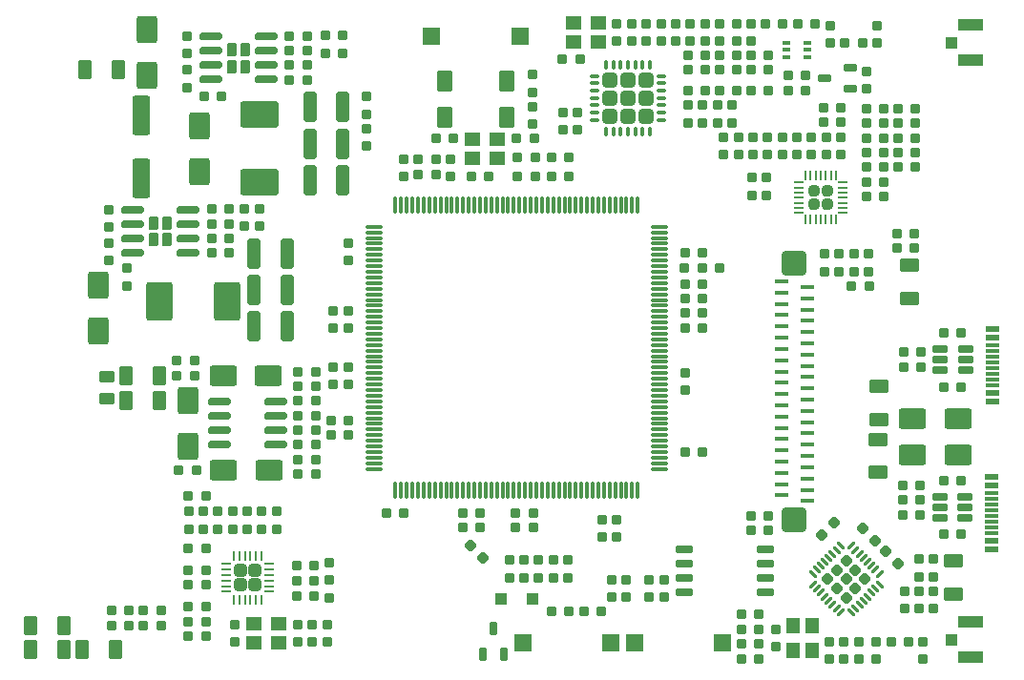
<source format=gtp>
G04 #@! TF.GenerationSoftware,KiCad,Pcbnew,7.0.1-3b83917a11~172~ubuntu22.10.1*
G04 #@! TF.CreationDate,2023-03-21T16:32:08+07:00*
G04 #@! TF.ProjectId,GatewayPlus_V1.4,47617465-7761-4795-906c-75735f56312e,rev?*
G04 #@! TF.SameCoordinates,Original*
G04 #@! TF.FileFunction,Paste,Top*
G04 #@! TF.FilePolarity,Positive*
%FSLAX46Y46*%
G04 Gerber Fmt 4.6, Leading zero omitted, Abs format (unit mm)*
G04 Created by KiCad (PCBNEW 7.0.1-3b83917a11~172~ubuntu22.10.1) date 2023-03-21 16:32:08*
%MOMM*%
%LPD*%
G01*
G04 APERTURE LIST*
G04 Aperture macros list*
%AMRoundRect*
0 Rectangle with rounded corners*
0 $1 Rounding radius*
0 $2 $3 $4 $5 $6 $7 $8 $9 X,Y pos of 4 corners*
0 Add a 4 corners polygon primitive as box body*
4,1,4,$2,$3,$4,$5,$6,$7,$8,$9,$2,$3,0*
0 Add four circle primitives for the rounded corners*
1,1,$1+$1,$2,$3*
1,1,$1+$1,$4,$5*
1,1,$1+$1,$6,$7*
1,1,$1+$1,$8,$9*
0 Add four rect primitives between the rounded corners*
20,1,$1+$1,$2,$3,$4,$5,0*
20,1,$1+$1,$4,$5,$6,$7,0*
20,1,$1+$1,$6,$7,$8,$9,0*
20,1,$1+$1,$8,$9,$2,$3,0*%
%AMFreePoly0*
4,1,14,0.318306,0.106694,0.381694,0.043306,0.400000,-0.000888,0.400000,-0.062500,0.381694,-0.106694,0.337500,-0.125000,-0.337500,-0.125000,-0.381694,-0.106694,-0.400000,-0.062500,-0.400000,0.062500,-0.381694,0.106694,-0.337500,0.125000,0.274112,0.125000,0.318306,0.106694,0.318306,0.106694,$1*%
%AMFreePoly1*
4,1,14,0.381694,0.106694,0.400000,0.062500,0.400000,0.000888,0.381694,-0.043306,0.318306,-0.106694,0.274112,-0.125000,-0.337500,-0.125000,-0.381694,-0.106694,-0.400000,-0.062500,-0.400000,0.062500,-0.381694,0.106694,-0.337500,0.125000,0.337500,0.125000,0.381694,0.106694,0.381694,0.106694,$1*%
%AMFreePoly2*
4,1,14,0.106694,0.381694,0.125000,0.337500,0.125000,-0.337500,0.106694,-0.381694,0.062500,-0.400000,-0.062500,-0.400000,-0.106694,-0.381694,-0.125000,-0.337500,-0.125000,0.274112,-0.106694,0.318306,-0.043306,0.381694,0.000888,0.400000,0.062500,0.400000,0.106694,0.381694,0.106694,0.381694,$1*%
%AMFreePoly3*
4,1,14,0.043306,0.381694,0.106694,0.318306,0.125000,0.274112,0.125000,-0.337500,0.106694,-0.381694,0.062500,-0.400000,-0.062500,-0.400000,-0.106694,-0.381694,-0.125000,-0.337500,-0.125000,0.337500,-0.106694,0.381694,-0.062500,0.400000,-0.000888,0.400000,0.043306,0.381694,0.043306,0.381694,$1*%
%AMFreePoly4*
4,1,14,0.381694,0.106694,0.400000,0.062500,0.400000,-0.062500,0.381694,-0.106694,0.337500,-0.125000,-0.274112,-0.125000,-0.318306,-0.106693,-0.381694,-0.043306,-0.400000,0.000888,-0.400000,0.062500,-0.381694,0.106694,-0.337500,0.125000,0.337500,0.125000,0.381694,0.106694,0.381694,0.106694,$1*%
%AMFreePoly5*
4,1,14,0.381694,0.106694,0.400000,0.062500,0.400000,-0.062500,0.381694,-0.106694,0.337500,-0.125000,-0.337500,-0.125000,-0.381694,-0.106694,-0.400000,-0.062500,-0.400000,-0.000888,-0.381694,0.043306,-0.318306,0.106694,-0.274112,0.125000,0.337500,0.125000,0.381694,0.106694,0.381694,0.106694,$1*%
%AMFreePoly6*
4,1,14,0.106694,0.381694,0.125000,0.337500,0.125000,-0.274112,0.106694,-0.318306,0.043306,-0.381694,-0.000888,-0.400000,-0.062500,-0.400000,-0.106694,-0.381694,-0.125000,-0.337500,-0.125000,0.337500,-0.106694,0.381694,-0.062500,0.400000,0.062500,0.400000,0.106694,0.381694,0.106694,0.381694,$1*%
%AMFreePoly7*
4,1,14,0.106694,0.381694,0.125000,0.337500,0.125000,-0.337500,0.106694,-0.381694,0.062500,-0.400000,0.000888,-0.400000,-0.043306,-0.381693,-0.106694,-0.318306,-0.125000,-0.274112,-0.125000,0.337500,-0.106694,0.381694,-0.062500,0.400000,0.062500,0.400000,0.106694,0.381694,0.106694,0.381694,$1*%
G04 Aperture macros list end*
%ADD10R,1.400000X1.200000*%
%ADD11RoundRect,0.127500X-0.297500X-0.322500X0.297500X-0.322500X0.297500X0.322500X-0.297500X0.322500X0*%
%ADD12R,1.100000X1.100000*%
%ADD13R,2.200000X1.100000*%
%ADD14RoundRect,0.127500X-0.322500X0.297500X-0.322500X-0.297500X0.322500X-0.297500X0.322500X0.297500X0*%
%ADD15RoundRect,0.090000X0.560000X0.210000X-0.560000X0.210000X-0.560000X-0.210000X0.560000X-0.210000X0*%
%ADD16RoundRect,0.127500X0.297500X0.322500X-0.297500X0.322500X-0.297500X-0.322500X0.297500X-0.322500X0*%
%ADD17RoundRect,0.250000X0.315000X-0.315000X0.315000X0.315000X-0.315000X0.315000X-0.315000X-0.315000X0*%
%ADD18RoundRect,0.062500X0.062500X-0.350000X0.062500X0.350000X-0.062500X0.350000X-0.062500X-0.350000X0*%
%ADD19RoundRect,0.062500X0.350000X-0.062500X0.350000X0.062500X-0.350000X0.062500X-0.350000X-0.062500X0*%
%ADD20RoundRect,0.127500X0.322500X-0.297500X0.322500X0.297500X-0.322500X0.297500X-0.322500X-0.297500X0*%
%ADD21RoundRect,0.130000X0.520000X0.820000X-0.520000X0.820000X-0.520000X-0.820000X0.520000X-0.820000X0*%
%ADD22RoundRect,0.232500X0.328805X0.000000X0.000000X0.328805X-0.328805X0.000000X0.000000X-0.328805X0*%
%ADD23RoundRect,0.062500X0.309359X-0.220971X-0.220971X0.309359X-0.309359X0.220971X0.220971X-0.309359X0*%
%ADD24RoundRect,0.062500X0.309359X0.220971X0.220971X0.309359X-0.309359X-0.220971X-0.220971X-0.309359X0*%
%ADD25R,1.200000X1.400000*%
%ADD26RoundRect,0.150000X-0.525000X0.350000X-0.525000X-0.350000X0.525000X-0.350000X0.525000X0.350000X0*%
%ADD27RoundRect,0.250000X-0.550000X1.500000X-0.550000X-1.500000X0.550000X-1.500000X0.550000X1.500000X0*%
%ADD28RoundRect,0.172500X-0.402500X-0.702500X0.402500X-0.702500X0.402500X0.702500X-0.402500X0.702500X0*%
%ADD29RoundRect,0.172500X0.702500X-0.402500X0.702500X0.402500X-0.702500X0.402500X-0.702500X-0.402500X0*%
%ADD30RoundRect,0.249999X-0.395001X0.395001X-0.395001X-0.395001X0.395001X-0.395001X0.395001X0.395001X0*%
%ADD31RoundRect,0.075000X-0.075000X0.312500X-0.075000X-0.312500X0.075000X-0.312500X0.075000X0.312500X0*%
%ADD32RoundRect,0.075000X-0.312500X0.075000X-0.312500X-0.075000X0.312500X-0.075000X0.312500X0.075000X0*%
%ADD33RoundRect,0.180000X-1.020000X-0.720000X1.020000X-0.720000X1.020000X0.720000X-1.020000X0.720000X0*%
%ADD34RoundRect,0.172500X0.402500X1.177500X-0.402500X1.177500X-0.402500X-1.177500X0.402500X-1.177500X0*%
%ADD35RoundRect,0.127500X-0.438406X-0.017678X-0.017678X-0.438406X0.438406X0.017678X0.017678X0.438406X0*%
%ADD36RoundRect,0.180000X-0.720000X1.020000X-0.720000X-1.020000X0.720000X-1.020000X0.720000X1.020000X0*%
%ADD37R,1.500000X1.500000*%
%ADD38RoundRect,0.075000X-0.075000X0.675000X-0.075000X-0.675000X0.075000X-0.675000X0.075000X0.675000X0*%
%ADD39RoundRect,0.075000X-0.675000X0.075000X-0.675000X-0.075000X0.675000X-0.075000X0.675000X0.075000X0*%
%ADD40RoundRect,0.090000X0.885000X0.210000X-0.885000X0.210000X-0.885000X-0.210000X0.885000X-0.210000X0*%
%ADD41RoundRect,0.090000X0.210000X-0.510000X0.210000X0.510000X-0.210000X0.510000X-0.210000X-0.510000X0*%
%ADD42RoundRect,0.127500X0.438406X0.017678X0.017678X0.438406X-0.438406X-0.017678X-0.017678X-0.438406X0*%
%ADD43RoundRect,0.090000X0.510000X0.210000X-0.510000X0.210000X-0.510000X-0.210000X0.510000X-0.210000X0*%
%ADD44R,1.300000X0.600000*%
%ADD45R,1.300000X0.300000*%
%ADD46RoundRect,0.127500X0.017678X-0.438406X0.438406X-0.017678X-0.017678X0.438406X-0.438406X0.017678X0*%
%ADD47RoundRect,0.172500X0.402500X0.702500X-0.402500X0.702500X-0.402500X-0.702500X0.402500X-0.702500X0*%
%ADD48RoundRect,0.250000X0.300000X0.300000X-0.300000X0.300000X-0.300000X-0.300000X0.300000X-0.300000X0*%
%ADD49RoundRect,0.150000X-0.650000X-0.150000X0.650000X-0.150000X0.650000X0.150000X-0.650000X0.150000X0*%
%ADD50RoundRect,0.172500X-0.702500X0.402500X-0.702500X-0.402500X0.702500X-0.402500X0.702500X0.402500X0*%
%ADD51RoundRect,0.230000X0.230000X0.375000X-0.230000X0.375000X-0.230000X-0.375000X0.230000X-0.375000X0*%
%ADD52RoundRect,0.180000X0.720000X-1.020000X0.720000X1.020000X-0.720000X1.020000X-0.720000X-1.020000X0*%
%ADD53R,1.200000X0.400000*%
%ADD54RoundRect,0.330000X-0.770000X-0.770000X0.770000X-0.770000X0.770000X0.770000X-0.770000X0.770000X0*%
%ADD55RoundRect,0.242500X0.242500X-0.242500X0.242500X0.242500X-0.242500X0.242500X-0.242500X-0.242500X0*%
%ADD56FreePoly0,90.000000*%
%ADD57RoundRect,0.062500X0.062500X-0.337500X0.062500X0.337500X-0.062500X0.337500X-0.062500X-0.337500X0*%
%ADD58FreePoly1,90.000000*%
%ADD59FreePoly2,90.000000*%
%ADD60RoundRect,0.062500X0.337500X-0.062500X0.337500X0.062500X-0.337500X0.062500X-0.337500X-0.062500X0*%
%ADD61FreePoly3,90.000000*%
%ADD62FreePoly4,90.000000*%
%ADD63FreePoly5,90.000000*%
%ADD64FreePoly6,90.000000*%
%ADD65FreePoly7,90.000000*%
%ADD66R,0.650000X0.400000*%
%ADD67RoundRect,0.235000X-0.940000X-1.465000X0.940000X-1.465000X0.940000X1.465000X-0.940000X1.465000X0*%
%ADD68RoundRect,0.235000X-1.465000X0.940000X-1.465000X-0.940000X1.465000X-0.940000X1.465000X0.940000X0*%
G04 APERTURE END LIST*
D10*
X124830000Y-114809056D03*
X127030000Y-114809056D03*
X127030000Y-113109056D03*
X124830000Y-113109056D03*
D11*
X168125000Y-113599056D03*
X169675000Y-113599056D03*
D12*
X186760000Y-114509056D03*
D13*
X188410000Y-112959056D03*
X188409665Y-116059056D03*
D14*
X175910000Y-114684056D03*
X175910000Y-116234056D03*
D15*
X187967500Y-90599056D03*
X187967500Y-89649056D03*
X187967500Y-88699056D03*
X185692500Y-88699056D03*
X185692500Y-89649056D03*
X185692500Y-90599056D03*
D14*
X185170000Y-107364056D03*
X185170000Y-108914056D03*
D16*
X164635000Y-86834056D03*
X163085000Y-86834056D03*
D14*
X131910000Y-85334056D03*
X131910000Y-86884056D03*
D16*
X122675000Y-77601556D03*
X121125000Y-77601556D03*
D11*
X151235000Y-71679056D03*
X152785000Y-71679056D03*
D14*
X125320000Y-76271556D03*
X125320000Y-77821556D03*
D16*
X183937500Y-103429056D03*
X182387500Y-103429056D03*
D17*
X123650000Y-109659056D03*
X124950000Y-109659056D03*
X123650000Y-108359056D03*
X124950000Y-108359056D03*
D18*
X123050000Y-110946556D03*
X123550000Y-110946556D03*
X124050000Y-110946556D03*
X124550000Y-110946556D03*
X125050000Y-110946556D03*
X125550000Y-110946556D03*
D19*
X126237500Y-110259056D03*
X126237500Y-109759056D03*
X126237500Y-109259056D03*
X126237500Y-108759056D03*
X126237500Y-108259056D03*
X126237500Y-107759056D03*
D18*
X125550000Y-107071556D03*
X125050000Y-107071556D03*
X124550000Y-107071556D03*
X124050000Y-107071556D03*
X123550000Y-107071556D03*
X123050000Y-107071556D03*
D19*
X122362500Y-107759056D03*
X122362500Y-108259056D03*
X122362500Y-108759056D03*
X122362500Y-109259056D03*
X122362500Y-109759056D03*
X122362500Y-110259056D03*
D20*
X178085000Y-81834056D03*
X178085000Y-80284056D03*
D11*
X119025000Y-106409056D03*
X120575000Y-106409056D03*
X177885000Y-83109056D03*
X179435000Y-83109056D03*
D21*
X147300000Y-64929056D03*
X141800000Y-64929056D03*
X141800000Y-68129056D03*
X147300000Y-68129056D03*
D16*
X164635000Y-80134056D03*
X163085000Y-80134056D03*
D22*
X177390000Y-110775402D03*
X178203173Y-109962229D03*
X179016346Y-109149056D03*
X176576827Y-109962229D03*
X177390000Y-109149056D03*
X178203173Y-108335883D03*
X175763654Y-109149056D03*
X176576827Y-108335883D03*
X177390000Y-107522710D03*
D23*
X177876136Y-112110066D03*
X178229689Y-111756512D03*
X178583243Y-111402959D03*
X178936796Y-111049405D03*
X179290349Y-110695852D03*
X179643903Y-110342299D03*
X179997456Y-109988745D03*
X180351010Y-109635192D03*
D24*
X180351010Y-108662920D03*
X179997456Y-108309367D03*
X179643903Y-107955813D03*
X179290349Y-107602260D03*
X178936796Y-107248707D03*
X178583243Y-106895153D03*
X178229689Y-106541600D03*
X177876136Y-106188046D03*
D23*
X176903864Y-106188046D03*
X176550311Y-106541600D03*
X176196757Y-106895153D03*
X175843204Y-107248707D03*
X175489651Y-107602260D03*
X175136097Y-107955813D03*
X174782544Y-108309367D03*
X174428990Y-108662920D03*
D24*
X174428990Y-109635192D03*
X174782544Y-109988745D03*
X175136097Y-110342299D03*
X175489651Y-110695852D03*
X175843204Y-111049405D03*
X176196757Y-111402959D03*
X176550311Y-111756512D03*
X176903864Y-112110066D03*
D11*
X119025000Y-111609056D03*
X120575000Y-111609056D03*
D14*
X133210000Y-90334056D03*
X133210000Y-91884056D03*
X167660000Y-59809056D03*
X167660000Y-61359056D03*
X113570000Y-81546556D03*
X113570000Y-83096556D03*
D16*
X180760000Y-75199195D03*
X179210000Y-75199195D03*
D25*
X174370000Y-115509056D03*
X174370000Y-113309056D03*
X172670000Y-113309056D03*
X172670000Y-115509056D03*
D20*
X130030000Y-114724056D03*
X130030000Y-113174056D03*
D11*
X168935000Y-62634056D03*
X170485000Y-62634056D03*
D26*
X111795000Y-91209056D03*
X111795000Y-93109056D03*
D16*
X113755000Y-111939056D03*
X112205000Y-111939056D03*
D27*
X114830000Y-67999056D03*
X114830000Y-73599056D03*
D16*
X120575000Y-112909056D03*
X119025000Y-112909056D03*
D20*
X176785000Y-81834056D03*
X176785000Y-80284056D03*
D14*
X166160000Y-59809056D03*
X166160000Y-61359056D03*
D11*
X120455000Y-66299056D03*
X122005000Y-66299056D03*
D14*
X153560000Y-67734056D03*
X153560000Y-69284056D03*
D20*
X118930000Y-65499056D03*
X118930000Y-63949056D03*
D28*
X105065000Y-115419056D03*
X108015000Y-115419056D03*
D20*
X150120000Y-109004056D03*
X150120000Y-107454056D03*
D11*
X182010000Y-67359056D03*
X183560000Y-67359056D03*
D16*
X130210000Y-110629056D03*
X128660000Y-110629056D03*
D29*
X180230000Y-99674056D03*
X180230000Y-96724056D03*
D30*
X159635000Y-64834056D03*
X158035000Y-64834056D03*
X156435000Y-64834056D03*
X159635000Y-66434056D03*
X158035000Y-66434056D03*
X156435000Y-66434056D03*
X159635000Y-68034056D03*
X158035000Y-68034056D03*
X156435000Y-68034056D03*
D31*
X159985000Y-63446556D03*
X159335000Y-63446556D03*
X158685000Y-63446556D03*
X158035000Y-63446556D03*
X157385000Y-63446556D03*
X156735000Y-63446556D03*
X156085000Y-63446556D03*
D32*
X155047500Y-64484056D03*
X155047500Y-65134056D03*
X155047500Y-65784056D03*
X155047500Y-66434056D03*
X155047500Y-67084056D03*
X155047500Y-67734056D03*
X155047500Y-68384056D03*
D31*
X156085000Y-69421556D03*
X156735000Y-69421556D03*
X157385000Y-69421556D03*
X158035000Y-69421556D03*
X158685000Y-69421556D03*
X159335000Y-69421556D03*
X159985000Y-69421556D03*
D32*
X161022500Y-68384056D03*
X161022500Y-67734056D03*
X161022500Y-67084056D03*
X161022500Y-66434056D03*
X161022500Y-65784056D03*
X161022500Y-65134056D03*
X161022500Y-64484056D03*
D16*
X180760000Y-69984056D03*
X179210000Y-69984056D03*
D11*
X168935000Y-63934056D03*
X170485000Y-63934056D03*
D33*
X183242500Y-94869056D03*
X187292500Y-94869056D03*
D14*
X175485000Y-80284056D03*
X175485000Y-81834056D03*
D34*
X132755000Y-67249056D03*
X129805000Y-67249056D03*
D16*
X167685000Y-63934056D03*
X166135000Y-63934056D03*
X130325000Y-92034056D03*
X128775000Y-92034056D03*
D35*
X144051992Y-106191048D03*
X145148008Y-107287064D03*
D11*
X182010000Y-68684056D03*
X183560000Y-68684056D03*
D36*
X111070000Y-83046556D03*
X111070000Y-87096556D03*
D11*
X139435000Y-71909056D03*
X140985000Y-71909056D03*
X163335000Y-63934056D03*
X164885000Y-63934056D03*
D16*
X180735000Y-67359056D03*
X179185000Y-67359056D03*
D20*
X170310000Y-75055000D03*
X170310000Y-73505000D03*
X178510000Y-116234056D03*
X178510000Y-114684056D03*
D14*
X171735000Y-69884056D03*
X171735000Y-71434056D03*
X138110000Y-71884056D03*
X138110000Y-73434056D03*
D11*
X148085000Y-103284056D03*
X149635000Y-103284056D03*
X143385000Y-104589056D03*
X144935000Y-104589056D03*
D14*
X168960000Y-59809056D03*
X168960000Y-61359056D03*
D34*
X127820000Y-83471556D03*
X124870000Y-83471556D03*
D37*
X148435000Y-60934056D03*
X140635000Y-60934056D03*
D20*
X160960000Y-61359056D03*
X160960000Y-59809056D03*
D14*
X167260000Y-67084056D03*
X167260000Y-68634056D03*
X185170000Y-110224056D03*
X185170000Y-111774056D03*
D20*
X149590000Y-68734056D03*
X149590000Y-67184056D03*
D38*
X158910000Y-75934056D03*
X158410000Y-75934056D03*
X157910000Y-75934056D03*
X157410000Y-75934056D03*
X156910000Y-75934056D03*
X156410000Y-75934056D03*
X155910000Y-75934056D03*
X155410000Y-75934056D03*
X154910000Y-75934056D03*
X154410000Y-75934056D03*
X153910000Y-75934056D03*
X153410000Y-75934056D03*
X152910000Y-75934056D03*
X152410000Y-75934056D03*
X151910000Y-75934056D03*
X151410000Y-75934056D03*
X150910000Y-75934056D03*
X150410000Y-75934056D03*
X149910000Y-75934056D03*
X149410000Y-75934056D03*
X148910000Y-75934056D03*
X148410000Y-75934056D03*
X147910000Y-75934056D03*
X147410000Y-75934056D03*
X146910000Y-75934056D03*
X146410000Y-75934056D03*
X145910000Y-75934056D03*
X145410000Y-75934056D03*
X144910000Y-75934056D03*
X144410000Y-75934056D03*
X143910000Y-75934056D03*
X143410000Y-75934056D03*
X142910000Y-75934056D03*
X142410000Y-75934056D03*
X141910000Y-75934056D03*
X141410000Y-75934056D03*
X140910000Y-75934056D03*
X140410000Y-75934056D03*
X139910000Y-75934056D03*
X139410000Y-75934056D03*
X138910000Y-75934056D03*
X138410000Y-75934056D03*
X137910000Y-75934056D03*
X137410000Y-75934056D03*
D39*
X135485000Y-77859056D03*
X135485000Y-78359056D03*
X135485000Y-78859056D03*
X135485000Y-79359056D03*
X135485000Y-79859056D03*
X135485000Y-80359056D03*
X135485000Y-80859056D03*
X135485000Y-81359056D03*
X135485000Y-81859056D03*
X135485000Y-82359056D03*
X135485000Y-82859056D03*
X135485000Y-83359056D03*
X135485000Y-83859056D03*
X135485000Y-84359056D03*
X135485000Y-84859056D03*
X135485000Y-85359056D03*
X135485000Y-85859056D03*
X135485000Y-86359056D03*
X135485000Y-86859056D03*
X135485000Y-87359056D03*
X135485000Y-87859056D03*
X135485000Y-88359056D03*
X135485000Y-88859056D03*
X135485000Y-89359056D03*
X135485000Y-89859056D03*
X135485000Y-90359056D03*
X135485000Y-90859056D03*
X135485000Y-91359056D03*
X135485000Y-91859056D03*
X135485000Y-92359056D03*
X135485000Y-92859056D03*
X135485000Y-93359056D03*
X135485000Y-93859056D03*
X135485000Y-94359056D03*
X135485000Y-94859056D03*
X135485000Y-95359056D03*
X135485000Y-95859056D03*
X135485000Y-96359056D03*
X135485000Y-96859056D03*
X135485000Y-97359056D03*
X135485000Y-97859056D03*
X135485000Y-98359056D03*
X135485000Y-98859056D03*
X135485000Y-99359056D03*
D38*
X137410000Y-101284056D03*
X137910000Y-101284056D03*
X138410000Y-101284056D03*
X138910000Y-101284056D03*
X139410000Y-101284056D03*
X139910000Y-101284056D03*
X140410000Y-101284056D03*
X140910000Y-101284056D03*
X141410000Y-101284056D03*
X141910000Y-101284056D03*
X142410000Y-101284056D03*
X142910000Y-101284056D03*
X143410000Y-101284056D03*
X143910000Y-101284056D03*
X144410000Y-101284056D03*
X144910000Y-101284056D03*
X145410000Y-101284056D03*
X145910000Y-101284056D03*
X146410000Y-101284056D03*
X146910000Y-101284056D03*
X147410000Y-101284056D03*
X147910000Y-101284056D03*
X148410000Y-101284056D03*
X148910000Y-101284056D03*
X149410000Y-101284056D03*
X149910000Y-101284056D03*
X150410000Y-101284056D03*
X150910000Y-101284056D03*
X151410000Y-101284056D03*
X151910000Y-101284056D03*
X152410000Y-101284056D03*
X152910000Y-101284056D03*
X153410000Y-101284056D03*
X153910000Y-101284056D03*
X154410000Y-101284056D03*
X154910000Y-101284056D03*
X155410000Y-101284056D03*
X155910000Y-101284056D03*
X156410000Y-101284056D03*
X156910000Y-101284056D03*
X157410000Y-101284056D03*
X157910000Y-101284056D03*
X158410000Y-101284056D03*
X158910000Y-101284056D03*
D39*
X160835000Y-99359056D03*
X160835000Y-98859056D03*
X160835000Y-98359056D03*
X160835000Y-97859056D03*
X160835000Y-97359056D03*
X160835000Y-96859056D03*
X160835000Y-96359056D03*
X160835000Y-95859056D03*
X160835000Y-95359056D03*
X160835000Y-94859056D03*
X160835000Y-94359056D03*
X160835000Y-93859056D03*
X160835000Y-93359056D03*
X160835000Y-92859056D03*
X160835000Y-92359056D03*
X160835000Y-91859056D03*
X160835000Y-91359056D03*
X160835000Y-90859056D03*
X160835000Y-90359056D03*
X160835000Y-89859056D03*
X160835000Y-89359056D03*
X160835000Y-88859056D03*
X160835000Y-88359056D03*
X160835000Y-87859056D03*
X160835000Y-87359056D03*
X160835000Y-86859056D03*
X160835000Y-86359056D03*
X160835000Y-85859056D03*
X160835000Y-85359056D03*
X160835000Y-84859056D03*
X160835000Y-84359056D03*
X160835000Y-83859056D03*
X160835000Y-83359056D03*
X160835000Y-82859056D03*
X160835000Y-82359056D03*
X160835000Y-81859056D03*
X160835000Y-81359056D03*
X160835000Y-80859056D03*
X160835000Y-80359056D03*
X160835000Y-79859056D03*
X160835000Y-79359056D03*
X160835000Y-78859056D03*
X160835000Y-78359056D03*
X160835000Y-77859056D03*
D16*
X174635000Y-59834056D03*
X173085000Y-59834056D03*
X164885000Y-65809056D03*
X163335000Y-65809056D03*
D14*
X125550000Y-103134056D03*
X125550000Y-104684056D03*
D11*
X128660000Y-107969056D03*
X130210000Y-107969056D03*
D14*
X164660000Y-67084056D03*
X164660000Y-68634056D03*
D11*
X182010000Y-69984056D03*
X183560000Y-69984056D03*
D16*
X152815000Y-112009056D03*
X151265000Y-112009056D03*
D20*
X177210000Y-116234056D03*
X177210000Y-114684056D03*
D16*
X129555000Y-63524056D03*
X128005000Y-63524056D03*
D40*
X126775000Y-97179056D03*
X126775000Y-95909056D03*
X126775000Y-94639056D03*
X126775000Y-93369056D03*
X121825000Y-93369056D03*
X121825000Y-94639056D03*
X121825000Y-95909056D03*
X121825000Y-97179056D03*
D16*
X187600000Y-100379056D03*
X186050000Y-100379056D03*
D34*
X132755000Y-70499056D03*
X129805000Y-70499056D03*
D41*
X145140000Y-115786556D03*
X147040000Y-115786556D03*
X146090000Y-113511556D03*
D33*
X122125000Y-99499056D03*
X126175000Y-99499056D03*
D11*
X163085000Y-84234056D03*
X164635000Y-84234056D03*
D42*
X179998008Y-105747064D03*
X178901992Y-104651048D03*
D14*
X122950000Y-103134056D03*
X122950000Y-104684056D03*
D12*
X186760000Y-61509056D03*
D13*
X188410000Y-59959056D03*
X188409665Y-63059056D03*
D20*
X162260000Y-61359056D03*
X162260000Y-59809056D03*
D16*
X113755000Y-113284056D03*
X112205000Y-113284056D03*
D11*
X136585000Y-103259056D03*
X138135000Y-103259056D03*
D14*
X175635000Y-69884056D03*
X175635000Y-71434056D03*
D16*
X183937500Y-100829056D03*
X182387500Y-100829056D03*
D20*
X118930000Y-62499056D03*
X118930000Y-60949056D03*
D16*
X130325000Y-93324056D03*
X128775000Y-93324056D03*
D43*
X177722500Y-65609056D03*
X177722500Y-63709056D03*
X175447500Y-64659056D03*
D44*
X190345000Y-93399056D03*
X190345000Y-92599056D03*
D45*
X190345000Y-91399056D03*
X190345000Y-90399056D03*
X190345000Y-89899056D03*
X190345000Y-88899056D03*
D44*
X190345000Y-87699056D03*
X190345000Y-86899056D03*
X190345000Y-86899056D03*
X190345000Y-87699056D03*
D45*
X190345000Y-88399056D03*
X190345000Y-89399056D03*
X190345000Y-90899056D03*
X190345000Y-91899056D03*
D44*
X190345000Y-92599056D03*
X190345000Y-93399056D03*
D14*
X180110000Y-59984056D03*
X180110000Y-61534056D03*
X126850000Y-103134056D03*
X126850000Y-104684056D03*
D20*
X163560000Y-61359056D03*
X163560000Y-59809056D03*
D16*
X183937500Y-102129056D03*
X182387500Y-102129056D03*
D44*
X190325000Y-106529056D03*
X190325000Y-105729056D03*
D45*
X190325000Y-104529056D03*
X190325000Y-103529056D03*
X190325000Y-103029056D03*
X190325000Y-102029056D03*
D44*
X190325000Y-100829056D03*
X190325000Y-100029056D03*
X190325000Y-100029056D03*
X190325000Y-100829056D03*
D45*
X190325000Y-101529056D03*
X190325000Y-102529056D03*
X190325000Y-104029056D03*
X190325000Y-105029056D03*
D44*
X190325000Y-105729056D03*
X190325000Y-106529056D03*
D11*
X143385000Y-103284056D03*
X144935000Y-103284056D03*
D14*
X120350000Y-103134056D03*
X120350000Y-104684056D03*
D28*
X109835000Y-63899056D03*
X112785000Y-63899056D03*
D46*
X175221992Y-105187064D03*
X176318008Y-104091048D03*
D11*
X166135000Y-62634056D03*
X167685000Y-62634056D03*
D14*
X156560000Y-109174056D03*
X156560000Y-110724056D03*
D11*
X141010000Y-70009056D03*
X142560000Y-70009056D03*
X148085000Y-104584056D03*
X149635000Y-104584056D03*
D16*
X183450000Y-79784056D03*
X181900000Y-79784056D03*
X122675000Y-78901556D03*
X121125000Y-78901556D03*
D20*
X112020000Y-80871556D03*
X112020000Y-79321556D03*
D14*
X133210000Y-85334056D03*
X133210000Y-86884056D03*
D16*
X120575000Y-114209056D03*
X119025000Y-114209056D03*
D14*
X184240000Y-114684056D03*
X184240000Y-116234056D03*
D16*
X130325000Y-94624056D03*
X128775000Y-94624056D03*
D11*
X139435000Y-73234056D03*
X140985000Y-73234056D03*
D20*
X148820000Y-109004056D03*
X148820000Y-107454056D03*
D16*
X152785000Y-73409056D03*
X151235000Y-73409056D03*
D20*
X159880000Y-110724056D03*
X159880000Y-109174056D03*
D14*
X179210000Y-64084056D03*
X179210000Y-65634056D03*
D16*
X130210000Y-109269056D03*
X128660000Y-109269056D03*
D14*
X183860000Y-107364056D03*
X183860000Y-108914056D03*
D16*
X170520000Y-103524056D03*
X168970000Y-103524056D03*
D11*
X115055000Y-113289056D03*
X116605000Y-113289056D03*
D47*
X116445000Y-91059056D03*
X113495000Y-91059056D03*
D11*
X170235000Y-59834056D03*
X171785000Y-59834056D03*
D16*
X184025000Y-90329056D03*
X182475000Y-90329056D03*
D11*
X172235000Y-64459056D03*
X173785000Y-64459056D03*
D16*
X170525000Y-104839056D03*
X168975000Y-104839056D03*
D14*
X164860000Y-59809056D03*
X164860000Y-61359056D03*
D11*
X152235000Y-62984056D03*
X153785000Y-62984056D03*
D48*
X149590000Y-110859056D03*
X146790000Y-110859056D03*
D14*
X182560000Y-110229056D03*
X182560000Y-111779056D03*
D11*
X182010000Y-71284056D03*
X183560000Y-71284056D03*
D34*
X127815000Y-86671556D03*
X124865000Y-86671556D03*
D14*
X121650000Y-103134056D03*
X121650000Y-104684056D03*
D11*
X179210000Y-72584056D03*
X180760000Y-72584056D03*
D20*
X155710000Y-105384056D03*
X155710000Y-103834056D03*
D28*
X109615000Y-115419056D03*
X112565000Y-115419056D03*
D49*
X163050000Y-106479056D03*
X163050000Y-107749056D03*
X163050000Y-109019056D03*
X163050000Y-110289056D03*
X170250000Y-110289056D03*
X170250000Y-109019056D03*
X170250000Y-107749056D03*
X170250000Y-106479056D03*
D15*
X187962500Y-103729056D03*
X187962500Y-102779056D03*
X187962500Y-101829056D03*
X185687500Y-101829056D03*
X185687500Y-102779056D03*
X185687500Y-103729056D03*
D10*
X146460000Y-70059056D03*
X144260000Y-70059056D03*
X144260000Y-71759056D03*
X146460000Y-71759056D03*
D16*
X164635000Y-97859056D03*
X163085000Y-97859056D03*
D11*
X163085000Y-85534056D03*
X164635000Y-85534056D03*
X182010000Y-72584056D03*
X183560000Y-72584056D03*
X131685000Y-95059056D03*
X133235000Y-95059056D03*
X128775000Y-98524056D03*
X130325000Y-98524056D03*
D34*
X127820000Y-80271556D03*
X124870000Y-80271556D03*
D14*
X132680000Y-60899056D03*
X132680000Y-62449056D03*
D20*
X163110000Y-92384056D03*
X163110000Y-90834056D03*
D42*
X181978008Y-107727064D03*
X180881992Y-106631048D03*
D20*
X169010000Y-75055000D03*
X169010000Y-73505000D03*
D50*
X180300000Y-92014056D03*
X180300000Y-94964056D03*
D16*
X180760000Y-73884056D03*
X179210000Y-73884056D03*
D11*
X119025000Y-109659056D03*
X120575000Y-109659056D03*
D16*
X119750000Y-99499056D03*
X118200000Y-99499056D03*
D20*
X131330000Y-114724056D03*
X131330000Y-113174056D03*
D10*
X153210000Y-61434056D03*
X155410000Y-61434056D03*
X155410000Y-59734056D03*
X153210000Y-59734056D03*
D14*
X165960000Y-67084056D03*
X165960000Y-68634056D03*
D20*
X179410000Y-81834056D03*
X179410000Y-80284056D03*
D11*
X166135000Y-65809056D03*
X167685000Y-65809056D03*
D14*
X161220000Y-109174056D03*
X161220000Y-110724056D03*
D47*
X108015000Y-113294056D03*
X105065000Y-113294056D03*
D14*
X183860000Y-110224056D03*
X183860000Y-111774056D03*
D20*
X180040000Y-116234056D03*
X180040000Y-114684056D03*
D11*
X128775000Y-97224056D03*
X130325000Y-97224056D03*
D47*
X116445000Y-93259056D03*
X113495000Y-93259056D03*
D20*
X151420000Y-109004056D03*
X151420000Y-107454056D03*
X147520000Y-109004056D03*
X147520000Y-107454056D03*
D11*
X128005000Y-60924056D03*
X129555000Y-60924056D03*
D16*
X119575000Y-89774056D03*
X118025000Y-89774056D03*
D20*
X159660000Y-61359056D03*
X159660000Y-59809056D03*
D11*
X179210000Y-68684056D03*
X180760000Y-68684056D03*
D20*
X157010000Y-105384056D03*
X157010000Y-103834056D03*
D16*
X180760000Y-71284056D03*
X179210000Y-71284056D03*
D51*
X124050000Y-63624056D03*
X124050000Y-62124056D03*
X122910000Y-63624056D03*
X122910000Y-62124056D03*
D40*
X125955000Y-64779056D03*
X125955000Y-63509056D03*
X125955000Y-62239056D03*
X125955000Y-60969056D03*
X121005000Y-60969056D03*
X121005000Y-62239056D03*
X121005000Y-63509056D03*
X121005000Y-64779056D03*
D20*
X166535000Y-71434056D03*
X166535000Y-69884056D03*
D14*
X163360000Y-67084056D03*
X163360000Y-68634056D03*
D11*
X128005000Y-64824056D03*
X129555000Y-64824056D03*
X148235000Y-71679056D03*
X149785000Y-71679056D03*
D20*
X112020000Y-77871556D03*
X112020000Y-76321556D03*
D11*
X119025000Y-108359056D03*
X120575000Y-108359056D03*
D29*
X186870000Y-110464056D03*
X186870000Y-107514056D03*
D33*
X183242500Y-98079056D03*
X187292500Y-98079056D03*
D16*
X120575000Y-101799056D03*
X119025000Y-101799056D03*
D20*
X124020000Y-77821556D03*
X124020000Y-76271556D03*
X119050000Y-104684056D03*
X119050000Y-103134056D03*
D16*
X119575000Y-91074056D03*
X118025000Y-91074056D03*
D14*
X142310000Y-71884056D03*
X142310000Y-73434056D03*
D20*
X134870000Y-70710000D03*
X134870000Y-69160000D03*
D11*
X168125000Y-114899056D03*
X169675000Y-114899056D03*
D52*
X115360000Y-64426556D03*
X115360000Y-60376556D03*
D20*
X128730000Y-114724056D03*
X128730000Y-113174056D03*
D16*
X129555000Y-62224056D03*
X128005000Y-62224056D03*
D53*
X171660000Y-82709056D03*
X173960000Y-83209056D03*
X171660000Y-83709056D03*
X173960000Y-84209056D03*
X171660000Y-84709056D03*
X173960000Y-85209056D03*
X171660000Y-85709056D03*
X173960000Y-86209056D03*
X171660000Y-86709056D03*
X173960000Y-87209056D03*
X171660000Y-87709056D03*
X173960000Y-88209056D03*
X171660000Y-88709056D03*
X173960000Y-89209056D03*
X171660000Y-89709056D03*
X173960000Y-90209056D03*
X171660000Y-90709056D03*
X173960000Y-91209056D03*
X171660000Y-91709056D03*
X173960000Y-92209056D03*
X171660000Y-92709056D03*
X173960000Y-93209056D03*
X171660000Y-93709056D03*
X173960000Y-94209056D03*
X171660000Y-94709056D03*
X173960000Y-95209056D03*
X171660000Y-95709056D03*
X173960000Y-96209056D03*
X171660000Y-96709056D03*
X173960000Y-97209056D03*
X171660000Y-97709056D03*
X173960000Y-98209056D03*
X171660000Y-98709056D03*
X173960000Y-99209056D03*
X171660000Y-99709056D03*
X173960000Y-100209056D03*
X171660000Y-100709056D03*
X173960000Y-101209056D03*
X171660000Y-101709056D03*
X173960000Y-102209056D03*
D54*
X172810000Y-81059056D03*
X172810000Y-103859056D03*
D16*
X169675000Y-116199056D03*
X168125000Y-116199056D03*
X176960000Y-67309056D03*
X175410000Y-67309056D03*
D14*
X124250000Y-103134056D03*
X124250000Y-104684056D03*
D16*
X149710000Y-70009056D03*
X148160000Y-70009056D03*
D14*
X170435000Y-69884056D03*
X170435000Y-71434056D03*
D55*
X174535000Y-75884056D03*
X175735000Y-75884056D03*
X174535000Y-74684056D03*
X175735000Y-74684056D03*
D56*
X173785000Y-77234056D03*
D57*
X174235000Y-77234056D03*
X174685000Y-77234056D03*
X175135000Y-77234056D03*
X175585000Y-77234056D03*
X176035000Y-77234056D03*
D58*
X176485000Y-77234056D03*
D59*
X177085000Y-76634056D03*
D60*
X177085000Y-76184056D03*
X177085000Y-75734056D03*
X177085000Y-75284056D03*
X177085000Y-74834056D03*
X177085000Y-74384056D03*
D61*
X177085000Y-73934056D03*
D62*
X176485000Y-73334056D03*
D57*
X176035000Y-73334056D03*
X175585000Y-73334056D03*
X175135000Y-73334056D03*
X174685000Y-73334056D03*
X174235000Y-73334056D03*
D63*
X173785000Y-73334056D03*
D64*
X173185000Y-73934056D03*
D60*
X173185000Y-74384056D03*
X173185000Y-74834056D03*
X173185000Y-75284056D03*
X173185000Y-75734056D03*
X173185000Y-76184056D03*
D65*
X173185000Y-76634056D03*
D16*
X173785000Y-65809056D03*
X172235000Y-65809056D03*
D14*
X176010000Y-59984056D03*
X176010000Y-61534056D03*
D66*
X172060000Y-61509056D03*
X172060000Y-62159056D03*
X172060000Y-62809056D03*
X173960000Y-62809056D03*
X173960000Y-62159056D03*
X173960000Y-61509056D03*
D16*
X155665000Y-112009056D03*
X154115000Y-112009056D03*
X184025000Y-88979056D03*
X182475000Y-88979056D03*
D14*
X133210000Y-79304056D03*
X133210000Y-80854056D03*
X131910000Y-90334056D03*
X131910000Y-91884056D03*
D16*
X187625000Y-92069056D03*
X186075000Y-92069056D03*
D14*
X149590000Y-64374056D03*
X149590000Y-65924056D03*
D20*
X157910000Y-110724056D03*
X157910000Y-109174056D03*
D14*
X167835000Y-69884056D03*
X167835000Y-71434056D03*
D67*
X116445000Y-84459056D03*
X122495000Y-84459056D03*
D16*
X182915000Y-114709056D03*
X181365000Y-114709056D03*
D11*
X128775000Y-90734056D03*
X130325000Y-90734056D03*
D14*
X174335000Y-69884056D03*
X174335000Y-71434056D03*
D37*
X148740000Y-114799056D03*
X156540000Y-114799056D03*
D34*
X132755000Y-73749056D03*
X129805000Y-73749056D03*
D11*
X177285000Y-61509056D03*
X178835000Y-61509056D03*
D16*
X130325000Y-95924056D03*
X128775000Y-95924056D03*
X187605000Y-87239056D03*
X186055000Y-87239056D03*
D29*
X183010000Y-84234056D03*
X183010000Y-81284056D03*
D36*
X120055000Y-68911556D03*
X120055000Y-72961556D03*
D51*
X117140000Y-79001556D03*
X117140000Y-77501556D03*
X116000000Y-79001556D03*
X116000000Y-77501556D03*
D40*
X119045000Y-80156556D03*
X119045000Y-78886556D03*
X119045000Y-77616556D03*
X119045000Y-76346556D03*
X114095000Y-76346556D03*
X114095000Y-77616556D03*
X114095000Y-78886556D03*
X114095000Y-80156556D03*
D16*
X164635000Y-82934056D03*
X163085000Y-82934056D03*
D68*
X125330000Y-67874056D03*
X125330000Y-73924056D03*
D14*
X173035000Y-69884056D03*
X173035000Y-71434056D03*
D20*
X158360000Y-61359056D03*
X158360000Y-59809056D03*
D16*
X176960000Y-68609056D03*
X175410000Y-68609056D03*
X183450000Y-78484056D03*
X181900000Y-78484056D03*
X187600000Y-105179056D03*
X186050000Y-105179056D03*
D11*
X131685000Y-96359056D03*
X133235000Y-96359056D03*
D37*
X158600000Y-114799056D03*
X166400000Y-114799056D03*
D14*
X131180000Y-60899056D03*
X131180000Y-62449056D03*
D20*
X152720000Y-109004056D03*
X152720000Y-107454056D03*
D36*
X118975000Y-93324056D03*
X118975000Y-97374056D03*
D16*
X145685000Y-73409056D03*
X144135000Y-73409056D03*
D11*
X168935000Y-65809056D03*
X170485000Y-65809056D03*
D14*
X123130000Y-113184056D03*
X123130000Y-114734056D03*
D11*
X168125000Y-112289056D03*
X169675000Y-112289056D03*
X121125000Y-76301556D03*
X122675000Y-76301556D03*
X163060000Y-81534056D03*
X164610000Y-81534056D03*
X166160000Y-81534056D03*
D14*
X152260000Y-67734056D03*
X152260000Y-69284056D03*
D16*
X149785000Y-73409056D03*
X148235000Y-73409056D03*
D14*
X171145000Y-113624056D03*
X171145000Y-115174056D03*
X134870000Y-66315000D03*
X134870000Y-67865000D03*
D33*
X122100000Y-91074056D03*
X126150000Y-91074056D03*
D20*
X157060000Y-61359056D03*
X157060000Y-59809056D03*
D14*
X176935000Y-69884056D03*
X176935000Y-71434056D03*
X169135000Y-69884056D03*
X169135000Y-71434056D03*
D11*
X115055000Y-111939056D03*
X116605000Y-111939056D03*
X121125000Y-80201556D03*
X122675000Y-80201556D03*
D14*
X131535000Y-107694056D03*
X131535000Y-109244056D03*
X131535000Y-110794056D03*
D11*
X163335000Y-62634056D03*
X164885000Y-62634056D03*
D16*
X130325000Y-99824056D03*
X128775000Y-99824056D03*
M02*

</source>
